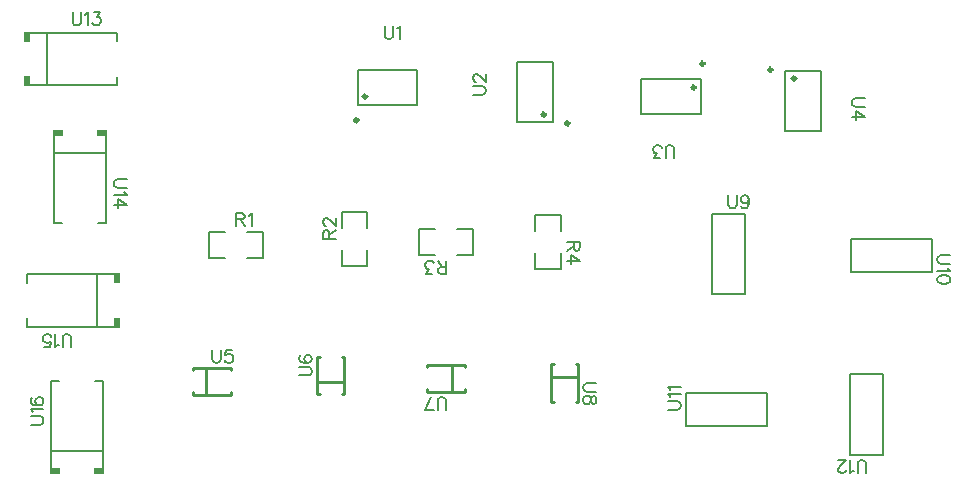
<source format=gto>
G04 Layer: TopSilkscreenLayer*
G04 EasyEDA v6.5.22, 2022-12-21 08:12:38*
G04 8e17229fd1eb40258f3fcda7e00a02c7,ccb042887e1b45bcae5c3cd8497bc615,10*
G04 Gerber Generator version 0.2*
G04 Scale: 100 percent, Rotated: No, Reflected: No *
G04 Dimensions in millimeters *
G04 leading zeros omitted , absolute positions ,4 integer and 5 decimal *
%FSLAX45Y45*%
%MOMM*%

%ADD10C,0.1524*%
%ADD11C,0.2540*%
%ADD12C,0.3000*%

%LPD*%
D10*
X4381500Y4534915D02*
G01*
X4381500Y4456937D01*
X4386579Y4441444D01*
X4396993Y4431029D01*
X4412741Y4425950D01*
X4423156Y4425950D01*
X4438650Y4431029D01*
X4449063Y4441444D01*
X4454143Y4456937D01*
X4454143Y4534915D01*
X4488434Y4514087D02*
G01*
X4498847Y4519421D01*
X4514595Y4534915D01*
X4514595Y4425950D01*
X5129784Y3949700D02*
G01*
X5207761Y3949700D01*
X5223256Y3954779D01*
X5233670Y3965194D01*
X5238750Y3980942D01*
X5238750Y3991355D01*
X5233670Y4006850D01*
X5223256Y4017263D01*
X5207761Y4022344D01*
X5129784Y4022344D01*
X5155691Y4061968D02*
G01*
X5150611Y4061968D01*
X5140197Y4067047D01*
X5134863Y4072381D01*
X5129784Y4082795D01*
X5129784Y4103370D01*
X5134863Y4113784D01*
X5140197Y4119118D01*
X5150611Y4124197D01*
X5161025Y4124197D01*
X5171440Y4119118D01*
X5186934Y4108704D01*
X5238750Y4056634D01*
X5238750Y4129531D01*
X6832600Y3415284D02*
G01*
X6832600Y3493262D01*
X6827520Y3508755D01*
X6817106Y3519170D01*
X6801358Y3524250D01*
X6790943Y3524250D01*
X6775450Y3519170D01*
X6765036Y3508755D01*
X6759956Y3493262D01*
X6759956Y3415284D01*
X6715252Y3415284D02*
G01*
X6658102Y3415284D01*
X6689090Y3456939D01*
X6673595Y3456939D01*
X6663181Y3462020D01*
X6658102Y3467100D01*
X6652768Y3482847D01*
X6652768Y3493262D01*
X6658102Y3508755D01*
X6668515Y3519170D01*
X6684009Y3524250D01*
X6699504Y3524250D01*
X6715252Y3519170D01*
X6720331Y3514089D01*
X6725665Y3503676D01*
X8446515Y3924300D02*
G01*
X8368538Y3924300D01*
X8353043Y3919220D01*
X8342629Y3908805D01*
X8337550Y3893057D01*
X8337550Y3882644D01*
X8342629Y3867150D01*
X8353043Y3856736D01*
X8368538Y3851655D01*
X8446515Y3851655D01*
X8446515Y3765295D02*
G01*
X8373872Y3817365D01*
X8373872Y3739387D01*
X8446515Y3765295D02*
G01*
X8337550Y3765295D01*
X3124200Y2947415D02*
G01*
X3124200Y2838450D01*
X3124200Y2947415D02*
G01*
X3170936Y2947415D01*
X3186429Y2942336D01*
X3191763Y2937002D01*
X3196843Y2926587D01*
X3196843Y2916173D01*
X3191763Y2905760D01*
X3186429Y2900679D01*
X3170936Y2895600D01*
X3124200Y2895600D01*
X3160522Y2895600D02*
G01*
X3196843Y2838450D01*
X3231134Y2926587D02*
G01*
X3241547Y2931921D01*
X3257295Y2947415D01*
X3257295Y2838450D01*
X3859784Y2730500D02*
G01*
X3968750Y2730500D01*
X3859784Y2730500D02*
G01*
X3859784Y2777236D01*
X3864863Y2792729D01*
X3870197Y2798063D01*
X3880611Y2803144D01*
X3891025Y2803144D01*
X3901440Y2798063D01*
X3906520Y2792729D01*
X3911600Y2777236D01*
X3911600Y2730500D01*
X3911600Y2766821D02*
G01*
X3968750Y2803144D01*
X3885691Y2842768D02*
G01*
X3880611Y2842768D01*
X3870197Y2847847D01*
X3864863Y2853181D01*
X3859784Y2863595D01*
X3859784Y2884170D01*
X3864863Y2894584D01*
X3870197Y2899918D01*
X3880611Y2904997D01*
X3891025Y2904997D01*
X3901440Y2899918D01*
X3916934Y2889504D01*
X3968750Y2837434D01*
X3968750Y2910331D01*
X4902200Y2437384D02*
G01*
X4902200Y2546350D01*
X4902200Y2437384D02*
G01*
X4855463Y2437384D01*
X4839970Y2442463D01*
X4834636Y2447797D01*
X4829556Y2458212D01*
X4829556Y2468626D01*
X4834636Y2479039D01*
X4839970Y2484120D01*
X4855463Y2489200D01*
X4902200Y2489200D01*
X4865877Y2489200D02*
G01*
X4829556Y2546350D01*
X4784852Y2437384D02*
G01*
X4727702Y2437384D01*
X4758690Y2479039D01*
X4743195Y2479039D01*
X4732781Y2484120D01*
X4727702Y2489200D01*
X4722368Y2504947D01*
X4722368Y2515362D01*
X4727702Y2530855D01*
X4738115Y2541270D01*
X4753609Y2546350D01*
X4769104Y2546350D01*
X4784852Y2541270D01*
X4789931Y2536189D01*
X4795265Y2525776D01*
X6033515Y2705100D02*
G01*
X5924550Y2705100D01*
X6033515Y2705100D02*
G01*
X6033515Y2658363D01*
X6028436Y2642870D01*
X6023102Y2637536D01*
X6012688Y2632455D01*
X6002274Y2632455D01*
X5991859Y2637536D01*
X5986779Y2642870D01*
X5981700Y2658363D01*
X5981700Y2705100D01*
X5981700Y2668778D02*
G01*
X5924550Y2632455D01*
X6033515Y2546095D02*
G01*
X5960872Y2598165D01*
X5960872Y2520187D01*
X6033515Y2546095D02*
G01*
X5924550Y2546095D01*
X2921000Y1791715D02*
G01*
X2921000Y1713737D01*
X2926079Y1698244D01*
X2936493Y1687829D01*
X2952241Y1682750D01*
X2962656Y1682750D01*
X2978150Y1687829D01*
X2988563Y1698244D01*
X2993643Y1713737D01*
X2993643Y1791715D01*
X3090418Y1791715D02*
G01*
X3038347Y1791715D01*
X3033268Y1744979D01*
X3038347Y1750060D01*
X3054095Y1755394D01*
X3069590Y1755394D01*
X3085084Y1750060D01*
X3095497Y1739900D01*
X3100831Y1724152D01*
X3100831Y1713737D01*
X3095497Y1698244D01*
X3085084Y1687829D01*
X3069590Y1682750D01*
X3054095Y1682750D01*
X3038347Y1687829D01*
X3033268Y1692910D01*
X3027934Y1703323D01*
X3656584Y1574800D02*
G01*
X3734561Y1574800D01*
X3750056Y1579879D01*
X3760470Y1590294D01*
X3765550Y1606042D01*
X3765550Y1616455D01*
X3760470Y1631950D01*
X3750056Y1642363D01*
X3734561Y1647444D01*
X3656584Y1647444D01*
X3672077Y1744218D02*
G01*
X3661663Y1738884D01*
X3656584Y1723389D01*
X3656584Y1712976D01*
X3661663Y1697481D01*
X3677411Y1687068D01*
X3703320Y1681734D01*
X3729227Y1681734D01*
X3750056Y1687068D01*
X3760470Y1697481D01*
X3765550Y1712976D01*
X3765550Y1718310D01*
X3760470Y1733804D01*
X3750056Y1744218D01*
X3734561Y1749297D01*
X3729227Y1749297D01*
X3713734Y1744218D01*
X3703320Y1733804D01*
X3698240Y1718310D01*
X3698240Y1712976D01*
X3703320Y1697481D01*
X3713734Y1687068D01*
X3729227Y1681734D01*
X4902200Y1281684D02*
G01*
X4902200Y1359662D01*
X4897120Y1375155D01*
X4886706Y1385570D01*
X4870958Y1390650D01*
X4860543Y1390650D01*
X4845050Y1385570D01*
X4834636Y1375155D01*
X4829556Y1359662D01*
X4829556Y1281684D01*
X4722368Y1281684D02*
G01*
X4774438Y1390650D01*
X4795265Y1281684D02*
G01*
X4722368Y1281684D01*
X6173215Y1511300D02*
G01*
X6095238Y1511300D01*
X6079743Y1506220D01*
X6069329Y1495805D01*
X6064250Y1480057D01*
X6064250Y1469644D01*
X6069329Y1454150D01*
X6079743Y1443736D01*
X6095238Y1438655D01*
X6173215Y1438655D01*
X6173215Y1378204D02*
G01*
X6168136Y1393952D01*
X6157722Y1399031D01*
X6147308Y1399031D01*
X6136893Y1393952D01*
X6131559Y1383537D01*
X6126479Y1362710D01*
X6121400Y1347215D01*
X6110986Y1336802D01*
X6100572Y1331468D01*
X6084824Y1331468D01*
X6074409Y1336802D01*
X6069329Y1341881D01*
X6064250Y1357629D01*
X6064250Y1378204D01*
X6069329Y1393952D01*
X6074409Y1399031D01*
X6084824Y1404365D01*
X6100572Y1404365D01*
X6110986Y1399031D01*
X6121400Y1388618D01*
X6126479Y1373123D01*
X6131559Y1352295D01*
X6136893Y1341881D01*
X6147308Y1336802D01*
X6157722Y1336802D01*
X6168136Y1341881D01*
X6173215Y1357629D01*
X6173215Y1378204D01*
X7289800Y3099815D02*
G01*
X7289800Y3021837D01*
X7294879Y3006344D01*
X7305293Y2995929D01*
X7321041Y2990850D01*
X7331456Y2990850D01*
X7346950Y2995929D01*
X7357363Y3006344D01*
X7362443Y3021837D01*
X7362443Y3099815D01*
X7464297Y3063494D02*
G01*
X7459218Y3048000D01*
X7448804Y3037586D01*
X7433309Y3032252D01*
X7427975Y3032252D01*
X7412481Y3037586D01*
X7402068Y3048000D01*
X7396734Y3063494D01*
X7396734Y3068573D01*
X7402068Y3084321D01*
X7412481Y3094736D01*
X7427975Y3099815D01*
X7433309Y3099815D01*
X7448804Y3094736D01*
X7459218Y3084321D01*
X7464297Y3063494D01*
X7464297Y3037586D01*
X7459218Y3011423D01*
X7448804Y2995929D01*
X7433309Y2990850D01*
X7422895Y2990850D01*
X7407147Y2995929D01*
X7402068Y3006344D01*
X9170415Y2590800D02*
G01*
X9092438Y2590800D01*
X9076943Y2585720D01*
X9066529Y2575305D01*
X9061450Y2559557D01*
X9061450Y2549144D01*
X9066529Y2533650D01*
X9076943Y2523236D01*
X9092438Y2518155D01*
X9170415Y2518155D01*
X9149588Y2483865D02*
G01*
X9154922Y2473452D01*
X9170415Y2457704D01*
X9061450Y2457704D01*
X9170415Y2392426D02*
G01*
X9165336Y2407920D01*
X9149588Y2418334D01*
X9123679Y2423413D01*
X9108186Y2423413D01*
X9082024Y2418334D01*
X9066529Y2407920D01*
X9061450Y2392426D01*
X9061450Y2382012D01*
X9066529Y2366263D01*
X9082024Y2355850D01*
X9108186Y2350770D01*
X9123679Y2350770D01*
X9149588Y2355850D01*
X9165336Y2366263D01*
X9170415Y2382012D01*
X9170415Y2392426D01*
X6780784Y1282700D02*
G01*
X6858761Y1282700D01*
X6874256Y1287779D01*
X6884670Y1298194D01*
X6889750Y1313942D01*
X6889750Y1324355D01*
X6884670Y1339850D01*
X6874256Y1350263D01*
X6858761Y1355344D01*
X6780784Y1355344D01*
X6801611Y1389634D02*
G01*
X6796277Y1400047D01*
X6780784Y1415795D01*
X6889750Y1415795D01*
X6801611Y1450086D02*
G01*
X6796277Y1460500D01*
X6780784Y1475994D01*
X6889750Y1475994D01*
X8458200Y748284D02*
G01*
X8458200Y826262D01*
X8453120Y841755D01*
X8442706Y852170D01*
X8426958Y857250D01*
X8416543Y857250D01*
X8401050Y852170D01*
X8390636Y841755D01*
X8385556Y826262D01*
X8385556Y748284D01*
X8351265Y769112D02*
G01*
X8340852Y763778D01*
X8325104Y748284D01*
X8325104Y857250D01*
X8285734Y774192D02*
G01*
X8285734Y769112D01*
X8280400Y758697D01*
X8275320Y753363D01*
X8264906Y748284D01*
X8244077Y748284D01*
X8233663Y753363D01*
X8228584Y758697D01*
X8223250Y769112D01*
X8223250Y779526D01*
X8228584Y789939D01*
X8238997Y805434D01*
X8290813Y857250D01*
X8218170Y857250D01*
X1739645Y4649215D02*
G01*
X1739645Y4571237D01*
X1744726Y4555744D01*
X1755139Y4545329D01*
X1770887Y4540250D01*
X1781302Y4540250D01*
X1796795Y4545329D01*
X1807210Y4555744D01*
X1812289Y4571237D01*
X1812289Y4649215D01*
X1846579Y4628387D02*
G01*
X1856994Y4633721D01*
X1872742Y4649215D01*
X1872742Y4540250D01*
X1917445Y4649215D02*
G01*
X1974595Y4649215D01*
X1943354Y4607560D01*
X1958847Y4607560D01*
X1969261Y4602479D01*
X1974595Y4597400D01*
X1979675Y4581652D01*
X1979675Y4571237D01*
X1974595Y4555744D01*
X1964181Y4545329D01*
X1948434Y4540250D01*
X1932940Y4540250D01*
X1917445Y4545329D01*
X1912112Y4550410D01*
X1907031Y4560823D01*
X2198115Y3238754D02*
G01*
X2120138Y3238754D01*
X2104643Y3233673D01*
X2094229Y3223260D01*
X2089150Y3207512D01*
X2089150Y3197097D01*
X2094229Y3181604D01*
X2104643Y3171189D01*
X2120138Y3166110D01*
X2198115Y3166110D01*
X2177288Y3131820D02*
G01*
X2182622Y3121405D01*
X2198115Y3105657D01*
X2089150Y3105657D01*
X2198115Y3019552D02*
G01*
X2125472Y3071368D01*
X2125472Y2993644D01*
X2198115Y3019552D02*
G01*
X2089150Y3019552D01*
X1727454Y1815084D02*
G01*
X1727454Y1893062D01*
X1722373Y1908555D01*
X1711960Y1918970D01*
X1696212Y1924050D01*
X1685797Y1924050D01*
X1670304Y1918970D01*
X1659889Y1908555D01*
X1654810Y1893062D01*
X1654810Y1815084D01*
X1620520Y1835912D02*
G01*
X1610105Y1830578D01*
X1594357Y1815084D01*
X1594357Y1924050D01*
X1497837Y1815084D02*
G01*
X1549654Y1815084D01*
X1554987Y1861820D01*
X1549654Y1856739D01*
X1534160Y1851405D01*
X1518665Y1851405D01*
X1502918Y1856739D01*
X1492504Y1866900D01*
X1487423Y1882647D01*
X1487423Y1893062D01*
X1492504Y1908555D01*
X1502918Y1918970D01*
X1518665Y1924050D01*
X1534160Y1924050D01*
X1549654Y1918970D01*
X1554987Y1913889D01*
X1560068Y1903476D01*
X1383284Y1155445D02*
G01*
X1461262Y1155445D01*
X1476755Y1160526D01*
X1487170Y1170939D01*
X1492250Y1186687D01*
X1492250Y1197102D01*
X1487170Y1212595D01*
X1476755Y1223010D01*
X1461262Y1228089D01*
X1383284Y1228089D01*
X1404112Y1262379D02*
G01*
X1398778Y1272794D01*
X1383284Y1288542D01*
X1492250Y1288542D01*
X1398778Y1385062D02*
G01*
X1388363Y1379981D01*
X1383284Y1364234D01*
X1383284Y1353820D01*
X1388363Y1338326D01*
X1404112Y1327912D01*
X1430020Y1322831D01*
X1455928Y1322831D01*
X1476755Y1327912D01*
X1487170Y1338326D01*
X1492250Y1353820D01*
X1492250Y1359154D01*
X1487170Y1374647D01*
X1476755Y1385062D01*
X1461262Y1390395D01*
X1455928Y1390395D01*
X1440434Y1385062D01*
X1430020Y1374647D01*
X1424939Y1359154D01*
X1424939Y1353820D01*
X1430020Y1338326D01*
X1440434Y1327912D01*
X1455928Y1322831D01*
G36*
X1328928Y4484725D02*
G01*
X1328928Y4399330D01*
X1374648Y4399330D01*
X1374648Y4484725D01*
G37*
G36*
X1328928Y4109669D02*
G01*
X1328928Y4024274D01*
X1374648Y4024274D01*
X1374648Y4109669D01*
G37*
G36*
X1948230Y3649472D02*
G01*
X1948230Y3603751D01*
X2033625Y3603751D01*
X2033625Y3649472D01*
G37*
G36*
X1573174Y3649472D02*
G01*
X1573174Y3603751D01*
X1658569Y3603751D01*
X1658569Y3649472D01*
G37*
G36*
X2092452Y2064969D02*
G01*
X2092452Y1979574D01*
X2138172Y1979574D01*
X2138172Y2064969D01*
G37*
G36*
X2092452Y2440025D02*
G01*
X2092452Y2354630D01*
X2138172Y2354630D01*
X2138172Y2440025D01*
G37*
G36*
X1547774Y790448D02*
G01*
X1547774Y744728D01*
X1633169Y744728D01*
X1633169Y790448D01*
G37*
G36*
X1922830Y790448D02*
G01*
X1922830Y744728D01*
X2008225Y744728D01*
X2008225Y790448D01*
G37*
X4154279Y3861059D02*
G01*
X4154279Y4165340D01*
X4659520Y4165340D01*
X4659520Y3861059D01*
X4154279Y3861059D01*
X5803640Y3722479D02*
G01*
X5499359Y3722479D01*
X5499359Y4227720D01*
X5803640Y4227720D01*
X5803640Y3722479D01*
X7059820Y4089140D02*
G01*
X7059820Y3784859D01*
X6554579Y3784859D01*
X6554579Y4089140D01*
X7059820Y4089140D01*
X7772659Y4151520D02*
G01*
X8076940Y4151520D01*
X8076940Y3646279D01*
X7772659Y3646279D01*
X7772659Y4151520D01*
X3219320Y2571790D02*
G01*
X3355312Y2571790D01*
X3355312Y2787609D01*
X3219320Y2787609D01*
X3029079Y2571790D02*
G01*
X2893087Y2571790D01*
X2893087Y2787609D01*
X3029079Y2787609D01*
X4235409Y2825620D02*
G01*
X4235409Y2961612D01*
X4019590Y2961612D01*
X4019590Y2825620D01*
X4235409Y2635379D02*
G01*
X4235409Y2499387D01*
X4019590Y2499387D01*
X4019590Y2635379D01*
X4807079Y2813009D02*
G01*
X4671087Y2813009D01*
X4671087Y2597190D01*
X4807079Y2597190D01*
X4997320Y2813009D02*
G01*
X5133312Y2813009D01*
X5133312Y2597190D01*
X4997320Y2597190D01*
X5657890Y2609979D02*
G01*
X5657890Y2473987D01*
X5873709Y2473987D01*
X5873709Y2609979D01*
X5657890Y2800220D02*
G01*
X5657890Y2936212D01*
X5873709Y2936212D01*
X5873709Y2800220D01*
D11*
X2869008Y1638300D02*
G01*
X2869008Y1409700D01*
X2760997Y1409700D02*
G01*
X2908188Y1409700D01*
X2908188Y1409700D01*
X3080999Y1409700D01*
X2761000Y1638300D02*
G01*
X3081002Y1638300D01*
X2761000Y1638300D02*
G01*
X2761000Y1617113D01*
X2761000Y1430886D02*
G01*
X2761000Y1409700D01*
X3081002Y1638300D02*
G01*
X3081002Y1617113D01*
X3081002Y1430886D02*
G01*
X3081002Y1409700D01*
X3810000Y1522808D02*
G01*
X4038600Y1522808D01*
X4038600Y1414797D02*
G01*
X4038600Y1561988D01*
X4038600Y1561988D01*
X4038600Y1734799D01*
X3810000Y1414800D02*
G01*
X3810000Y1734802D01*
X3810000Y1414800D02*
G01*
X3831186Y1414800D01*
X4017413Y1414800D02*
G01*
X4038600Y1414800D01*
X3810000Y1734802D02*
G01*
X3831186Y1734802D01*
X4017413Y1734802D02*
G01*
X4038600Y1734802D01*
X4954191Y1435100D02*
G01*
X4954191Y1663700D01*
X5062202Y1663700D02*
G01*
X4915011Y1663700D01*
X4915011Y1663700D01*
X4742200Y1663700D01*
X5062199Y1435100D02*
G01*
X4742197Y1435100D01*
X5062199Y1435100D02*
G01*
X5062199Y1456286D01*
X5062199Y1642513D02*
G01*
X5062199Y1663700D01*
X4742197Y1435100D02*
G01*
X4742197Y1456286D01*
X4742197Y1642513D02*
G01*
X4742197Y1663700D01*
X6019800Y1563291D02*
G01*
X5791200Y1563291D01*
X5791200Y1671302D02*
G01*
X5791200Y1524111D01*
X5791200Y1524111D01*
X5791200Y1351300D01*
X6019800Y1671299D02*
G01*
X6019800Y1351297D01*
X6019800Y1671299D02*
G01*
X5998613Y1671299D01*
X5812386Y1671299D02*
G01*
X5791200Y1671299D01*
X6019800Y1351297D02*
G01*
X5998613Y1351297D01*
X5812386Y1351297D02*
G01*
X5791200Y1351297D01*
D10*
X7150160Y2263378D02*
G01*
X7150160Y2943621D01*
X7429439Y2943621D01*
X7429439Y2263378D01*
X7150160Y2263378D01*
X8333978Y2730439D02*
G01*
X9014221Y2730439D01*
X9014221Y2451160D01*
X8333978Y2451160D01*
X8333978Y2730439D01*
X7617221Y1143060D02*
G01*
X6936978Y1143060D01*
X6936978Y1422339D01*
X7617221Y1422339D01*
X7617221Y1143060D01*
X8597839Y1584721D02*
G01*
X8597839Y904478D01*
X8318560Y904478D01*
X8318560Y1584721D01*
X8597839Y1584721D01*
X1367022Y4031879D02*
G01*
X2112269Y4031879D01*
X1519969Y4477120D02*
G01*
X1519969Y4031879D01*
X1367022Y4477120D02*
G01*
X2112269Y4477120D01*
X2112269Y4477120D02*
G01*
X2112269Y4404418D01*
X2112269Y4031879D02*
G01*
X2112269Y4104581D01*
X1580779Y3611377D02*
G01*
X1580779Y2866130D01*
X2026020Y3458430D02*
G01*
X1580779Y3458430D01*
X2026020Y3611377D02*
G01*
X2026020Y2866130D01*
X2026020Y2866130D02*
G01*
X1953318Y2866130D01*
X1580779Y2866130D02*
G01*
X1653481Y2866130D01*
X2100077Y2432420D02*
G01*
X1354830Y2432420D01*
X1947130Y1987179D02*
G01*
X1947130Y2432420D01*
X2100077Y1987179D02*
G01*
X1354830Y1987179D01*
X1354830Y1987179D02*
G01*
X1354830Y2059881D01*
X1354830Y2432420D02*
G01*
X1354830Y2359718D01*
X2000620Y782822D02*
G01*
X2000620Y1528069D01*
X1555379Y935769D02*
G01*
X2000620Y935769D01*
X1555379Y782822D02*
G01*
X1555379Y1528069D01*
X1555379Y1528069D02*
G01*
X1628081Y1528069D01*
X2000620Y1528069D02*
G01*
X1927918Y1528069D01*
D12*
G75*
G01
X4231411Y3936289D02*
G03X4231411Y3936289I-15011J0D01*
G75*
G01
X4156761Y3735959D02*
G03X4156761Y3735959I-15011J0D01*
G75*
G01
X5743423Y3784600D02*
G03X5743423Y3784600I-15011J0D01*
G75*
G01
X5943752Y3709949D02*
G03X5943752Y3709949I-15011J0D01*
G75*
G01
X7012711Y4013911D02*
G03X7012711Y4013911I-15011J0D01*
G75*
G01
X7087362Y4214241D02*
G03X7087362Y4214241I-15011J0D01*
G75*
G01
X7862900Y4089400D02*
G03X7862900Y4089400I-15011J0D01*
G75*
G01
X7662570Y4164051D02*
G03X7662570Y4164051I-15011J0D01*
M02*

</source>
